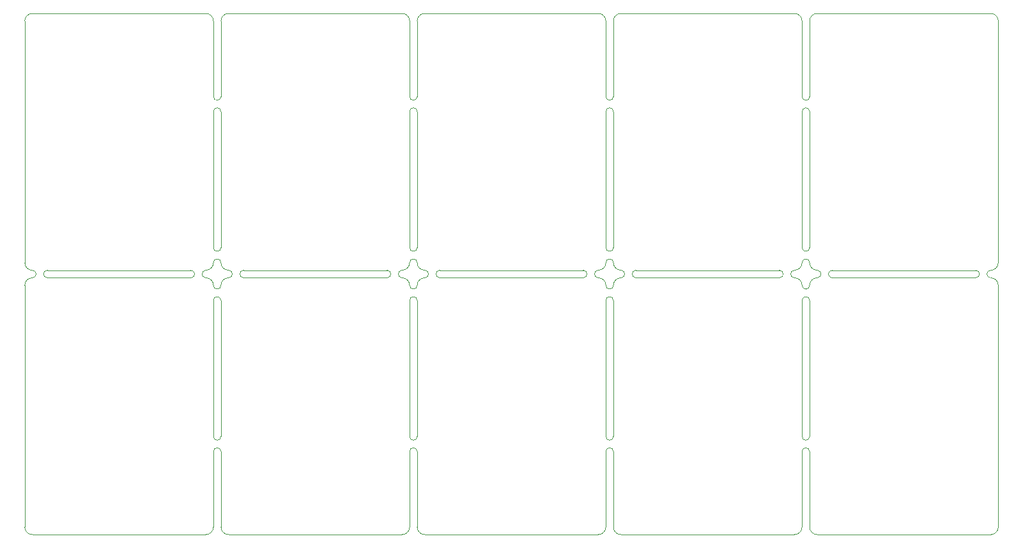
<source format=gbr>
%TF.GenerationSoftware,KiCad,Pcbnew,7.0.1*%
%TF.CreationDate,2023-05-05T11:57:25+02:00*%
%TF.ProjectId,antenna-evaluation-board,616e7465-6e6e-4612-9d65-76616c756174,rev?*%
%TF.SameCoordinates,Original*%
%TF.FileFunction,Profile,NP*%
%FSLAX46Y46*%
G04 Gerber Fmt 4.6, Leading zero omitted, Abs format (unit mm)*
G04 Created by KiCad (PCBNEW 7.0.1) date 2023-05-05 11:57:25*
%MOMM*%
%LPD*%
G01*
G04 APERTURE LIST*
%TA.AperFunction,Profile*%
%ADD10C,0.100000*%
%TD*%
G04 APERTURE END LIST*
D10*
X56000000Y-40000000D02*
X56000000Y-50000000D01*
X158000000Y-73000000D02*
G75*
G03*
X158000000Y-74000000I0J-500000D01*
G01*
X81000000Y-50000000D02*
G75*
G03*
X82000000Y-50000000I500000J0D01*
G01*
X30000000Y-107000000D02*
G75*
G03*
X31000000Y-108000000I1000000J0D01*
G01*
X55000000Y-70000000D02*
G75*
G03*
X56000000Y-70000000I500000J0D01*
G01*
X134000000Y-72000000D02*
G75*
G03*
X135000000Y-73000000I1000000J0D01*
G01*
X133000000Y-75000000D02*
G75*
G03*
X134000000Y-75000000I500000J0D01*
G01*
X81000000Y-75000000D02*
G75*
G03*
X82000000Y-75000000I500000J0D01*
G01*
X108000000Y-77000000D02*
G75*
G03*
X107000000Y-77000000I-500000J0D01*
G01*
X156000000Y-73000000D02*
X137000000Y-73000000D01*
X80000000Y-108000000D02*
G75*
G03*
X81000000Y-107000000I0J1000000D01*
G01*
X107000000Y-95000000D02*
G75*
G03*
X108000000Y-95000000I500000J0D01*
G01*
X107000000Y-95000000D02*
X107000000Y-77000000D01*
X107000000Y-107000000D02*
X107000000Y-97000000D01*
X83000000Y-39000000D02*
G75*
G03*
X82000000Y-40000000I0J-1000000D01*
G01*
X31000000Y-74000000D02*
G75*
G03*
X31000000Y-73000000I0J500000D01*
G01*
X107000000Y-70000000D02*
X107000000Y-52000000D01*
X56000000Y-52000000D02*
X56000000Y-70000000D01*
X30000000Y-40000000D02*
X30000000Y-72000000D01*
X81000000Y-95000000D02*
X81000000Y-77000000D01*
X80000000Y-39000000D02*
X57000000Y-39000000D01*
X59000000Y-74000000D02*
X78000000Y-74000000D01*
X132000000Y-73000000D02*
G75*
G03*
X132000000Y-74000000I0J-500000D01*
G01*
X159000000Y-107000000D02*
X159000000Y-75000000D01*
X132000000Y-108000000D02*
G75*
G03*
X133000000Y-107000000I0J1000000D01*
G01*
X81000000Y-107000000D02*
X81000000Y-97000000D01*
X54000000Y-108000000D02*
G75*
G03*
X55000000Y-107000000I0J1000000D01*
G01*
X31000000Y-108000000D02*
X54000000Y-108000000D01*
X82000000Y-52000000D02*
G75*
G03*
X81000000Y-52000000I-500000J0D01*
G01*
X55000000Y-95000000D02*
X55000000Y-77000000D01*
X82000000Y-97000000D02*
X82000000Y-107000000D01*
X56000000Y-77000000D02*
G75*
G03*
X55000000Y-77000000I-500000J0D01*
G01*
X107000000Y-75000000D02*
G75*
G03*
X106000000Y-74000000I-1000000J0D01*
G01*
X132000000Y-73000000D02*
G75*
G03*
X133000000Y-72000000I0J1000000D01*
G01*
X159000000Y-40000000D02*
G75*
G03*
X158000000Y-39000000I-1000000J0D01*
G01*
X133000000Y-70000000D02*
G75*
G03*
X134000000Y-70000000I500000J0D01*
G01*
X81000000Y-95000000D02*
G75*
G03*
X82000000Y-95000000I500000J0D01*
G01*
X107000000Y-50000000D02*
X107000000Y-40000000D01*
X81000000Y-75000000D02*
G75*
G03*
X80000000Y-74000000I-1000000J0D01*
G01*
X31000000Y-74000000D02*
G75*
G03*
X30000000Y-75000000I0J-1000000D01*
G01*
X156000000Y-74000000D02*
G75*
G03*
X156000000Y-73000000I0J500000D01*
G01*
X55000000Y-107000000D02*
X55000000Y-97000000D01*
X83000000Y-108000000D02*
X106000000Y-108000000D01*
X55000000Y-75000000D02*
G75*
G03*
X56000000Y-75000000I500000J0D01*
G01*
X55000000Y-50000000D02*
G75*
G03*
X56000000Y-50000000I500000J0D01*
G01*
X106000000Y-73000000D02*
G75*
G03*
X107000000Y-72000000I0J1000000D01*
G01*
X81000000Y-70000000D02*
X81000000Y-52000000D01*
X56000000Y-77000000D02*
X56000000Y-95000000D01*
X54000000Y-73000000D02*
G75*
G03*
X55000000Y-72000000I0J1000000D01*
G01*
X80000000Y-73000000D02*
G75*
G03*
X81000000Y-72000000I0J1000000D01*
G01*
X83000000Y-74000000D02*
G75*
G03*
X82000000Y-75000000I0J-1000000D01*
G01*
X56000000Y-107000000D02*
G75*
G03*
X57000000Y-108000000I1000000J0D01*
G01*
X133000000Y-75000000D02*
G75*
G03*
X132000000Y-74000000I-1000000J0D01*
G01*
X137000000Y-73000000D02*
G75*
G03*
X137000000Y-74000000I0J-500000D01*
G01*
X109000000Y-108000000D02*
X132000000Y-108000000D01*
X56000000Y-72000000D02*
G75*
G03*
X57000000Y-73000000I1000000J0D01*
G01*
X107000000Y-70000000D02*
G75*
G03*
X108000000Y-70000000I500000J0D01*
G01*
X82000000Y-77000000D02*
X82000000Y-95000000D01*
X81000000Y-50000000D02*
X81000000Y-40000000D01*
X106000000Y-39000000D02*
X83000000Y-39000000D01*
X108000000Y-52000000D02*
X108000000Y-70000000D01*
X111000000Y-73000000D02*
G75*
G03*
X111000000Y-74000000I0J-500000D01*
G01*
X55000000Y-50000000D02*
X55000000Y-40000000D01*
X52000000Y-74000000D02*
G75*
G03*
X52000000Y-73000000I0J500000D01*
G01*
X104000000Y-73000000D02*
X85000000Y-73000000D01*
X108000000Y-40000000D02*
X108000000Y-50000000D01*
X56000000Y-97000000D02*
G75*
G03*
X55000000Y-97000000I-500000J0D01*
G01*
X80000000Y-73000000D02*
G75*
G03*
X80000000Y-74000000I0J-500000D01*
G01*
X134000000Y-97000000D02*
X134000000Y-107000000D01*
X134000000Y-77000000D02*
G75*
G03*
X133000000Y-77000000I-500000J0D01*
G01*
X158000000Y-73000000D02*
G75*
G03*
X159000000Y-72000000I0J1000000D01*
G01*
X134000000Y-107000000D02*
G75*
G03*
X135000000Y-108000000I1000000J0D01*
G01*
X159000000Y-75000000D02*
G75*
G03*
X158000000Y-74000000I-1000000J0D01*
G01*
X134000000Y-72000000D02*
G75*
G03*
X133000000Y-72000000I-500000J0D01*
G01*
X81000000Y-40000000D02*
G75*
G03*
X80000000Y-39000000I-1000000J0D01*
G01*
X109000000Y-74000000D02*
G75*
G03*
X109000000Y-73000000I0J500000D01*
G01*
X31000000Y-39000000D02*
G75*
G03*
X30000000Y-40000000I0J-1000000D01*
G01*
X78000000Y-74000000D02*
G75*
G03*
X78000000Y-73000000I0J500000D01*
G01*
X106000000Y-108000000D02*
G75*
G03*
X107000000Y-107000000I0J1000000D01*
G01*
X159000000Y-72000000D02*
X159000000Y-40000000D01*
X52000000Y-73000000D02*
X33000000Y-73000000D01*
X56000000Y-52000000D02*
G75*
G03*
X55000000Y-52000000I-500000J0D01*
G01*
X85000000Y-73000000D02*
G75*
G03*
X85000000Y-74000000I0J-500000D01*
G01*
X55000000Y-40000000D02*
G75*
G03*
X54000000Y-39000000I-1000000J0D01*
G01*
X108000000Y-97000000D02*
G75*
G03*
X107000000Y-97000000I-500000J0D01*
G01*
X30000000Y-72000000D02*
G75*
G03*
X31000000Y-73000000I1000000J0D01*
G01*
X135000000Y-39000000D02*
G75*
G03*
X134000000Y-40000000I0J-1000000D01*
G01*
X133000000Y-50000000D02*
X133000000Y-40000000D01*
X134000000Y-40000000D02*
X134000000Y-50000000D01*
X108000000Y-107000000D02*
G75*
G03*
X109000000Y-108000000I1000000J0D01*
G01*
X135000000Y-108000000D02*
X158000000Y-108000000D01*
X55000000Y-70000000D02*
X55000000Y-52000000D01*
X133000000Y-40000000D02*
G75*
G03*
X132000000Y-39000000I-1000000J0D01*
G01*
X134000000Y-97000000D02*
G75*
G03*
X133000000Y-97000000I-500000J0D01*
G01*
X54000000Y-39000000D02*
X31000000Y-39000000D01*
X81000000Y-70000000D02*
G75*
G03*
X82000000Y-70000000I500000J0D01*
G01*
X55000000Y-75000000D02*
G75*
G03*
X54000000Y-74000000I-1000000J0D01*
G01*
X54000000Y-73000000D02*
G75*
G03*
X54000000Y-74000000I0J-500000D01*
G01*
X137000000Y-74000000D02*
X156000000Y-74000000D01*
X83000000Y-74000000D02*
G75*
G03*
X83000000Y-73000000I0J500000D01*
G01*
X55000000Y-95000000D02*
G75*
G03*
X56000000Y-95000000I500000J0D01*
G01*
X134000000Y-52000000D02*
G75*
G03*
X133000000Y-52000000I-500000J0D01*
G01*
X158000000Y-108000000D02*
G75*
G03*
X159000000Y-107000000I0J1000000D01*
G01*
X133000000Y-70000000D02*
X133000000Y-52000000D01*
X57000000Y-74000000D02*
G75*
G03*
X56000000Y-75000000I0J-1000000D01*
G01*
X133000000Y-95000000D02*
G75*
G03*
X134000000Y-95000000I500000J0D01*
G01*
X158000000Y-39000000D02*
X135000000Y-39000000D01*
X85000000Y-74000000D02*
X104000000Y-74000000D01*
X56000000Y-72000000D02*
G75*
G03*
X55000000Y-72000000I-500000J0D01*
G01*
X57000000Y-74000000D02*
G75*
G03*
X57000000Y-73000000I0J500000D01*
G01*
X135000000Y-74000000D02*
G75*
G03*
X134000000Y-75000000I0J-1000000D01*
G01*
X130000000Y-74000000D02*
G75*
G03*
X130000000Y-73000000I0J500000D01*
G01*
X78000000Y-73000000D02*
X59000000Y-73000000D01*
X107000000Y-50000000D02*
G75*
G03*
X108000000Y-50000000I500000J0D01*
G01*
X82000000Y-40000000D02*
X82000000Y-50000000D01*
X111000000Y-74000000D02*
X130000000Y-74000000D01*
X57000000Y-39000000D02*
G75*
G03*
X56000000Y-40000000I0J-1000000D01*
G01*
X109000000Y-74000000D02*
G75*
G03*
X108000000Y-75000000I0J-1000000D01*
G01*
X106000000Y-73000000D02*
G75*
G03*
X106000000Y-74000000I0J-500000D01*
G01*
X107000000Y-75000000D02*
G75*
G03*
X108000000Y-75000000I500000J0D01*
G01*
X133000000Y-107000000D02*
X133000000Y-97000000D01*
X133000000Y-50000000D02*
G75*
G03*
X134000000Y-50000000I500000J0D01*
G01*
X33000000Y-73000000D02*
G75*
G03*
X33000000Y-74000000I0J-500000D01*
G01*
X57000000Y-108000000D02*
X80000000Y-108000000D01*
X108000000Y-97000000D02*
X108000000Y-107000000D01*
X107000000Y-40000000D02*
G75*
G03*
X106000000Y-39000000I-1000000J0D01*
G01*
X134000000Y-52000000D02*
X134000000Y-70000000D01*
X108000000Y-72000000D02*
G75*
G03*
X109000000Y-73000000I1000000J0D01*
G01*
X108000000Y-72000000D02*
G75*
G03*
X107000000Y-72000000I-500000J0D01*
G01*
X59000000Y-73000000D02*
G75*
G03*
X59000000Y-74000000I0J-500000D01*
G01*
X104000000Y-74000000D02*
G75*
G03*
X104000000Y-73000000I0J500000D01*
G01*
X33000000Y-74000000D02*
X52000000Y-74000000D01*
X132000000Y-39000000D02*
X109000000Y-39000000D01*
X56000000Y-97000000D02*
X56000000Y-107000000D01*
X82000000Y-77000000D02*
G75*
G03*
X81000000Y-77000000I-500000J0D01*
G01*
X108000000Y-77000000D02*
X108000000Y-95000000D01*
X82000000Y-52000000D02*
X82000000Y-70000000D01*
X109000000Y-39000000D02*
G75*
G03*
X108000000Y-40000000I0J-1000000D01*
G01*
X135000000Y-74000000D02*
G75*
G03*
X135000000Y-73000000I0J500000D01*
G01*
X130000000Y-73000000D02*
X111000000Y-73000000D01*
X82000000Y-107000000D02*
G75*
G03*
X83000000Y-108000000I1000000J0D01*
G01*
X82000000Y-72000000D02*
G75*
G03*
X83000000Y-73000000I1000000J0D01*
G01*
X133000000Y-95000000D02*
X133000000Y-77000000D01*
X134000000Y-77000000D02*
X134000000Y-95000000D01*
X108000000Y-52000000D02*
G75*
G03*
X107000000Y-52000000I-500000J0D01*
G01*
X82000000Y-97000000D02*
G75*
G03*
X81000000Y-97000000I-500000J0D01*
G01*
X30000000Y-75000000D02*
X30000000Y-107000000D01*
X82000000Y-72000000D02*
G75*
G03*
X81000000Y-72000000I-500000J0D01*
G01*
M02*

</source>
